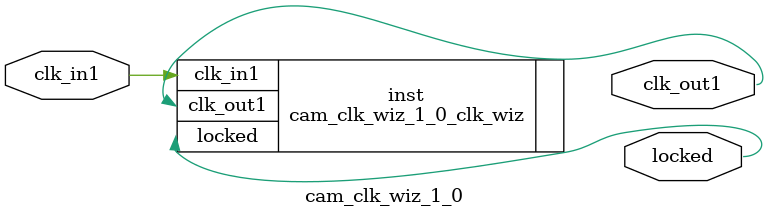
<source format=v>


`timescale 1ps/1ps

(* CORE_GENERATION_INFO = "cam_clk_wiz_1_0,clk_wiz_v6_0_5_0_0,{component_name=cam_clk_wiz_1_0,use_phase_alignment=false,use_min_o_jitter=false,use_max_i_jitter=false,use_dyn_phase_shift=false,use_inclk_switchover=false,use_dyn_reconfig=false,enable_axi=0,feedback_source=FDBK_AUTO,PRIMITIVE=MMCM,num_out_clk=1,clkin1_period=4.000,clkin2_period=10.0,use_power_down=false,use_reset=false,use_locked=true,use_inclk_stopped=false,feedback_type=SINGLE,CLOCK_MGR_TYPE=NA,manual_override=false}" *)

module cam_clk_wiz_1_0 
 (
  // Clock out ports
  output        clk_out1,
  // Status and control signals
  output        locked,
 // Clock in ports
  input         clk_in1
 );

  cam_clk_wiz_1_0_clk_wiz inst
  (
  // Clock out ports  
  .clk_out1(clk_out1),
  // Status and control signals               
  .locked(locked),
 // Clock in ports
  .clk_in1(clk_in1)
  );

endmodule

</source>
